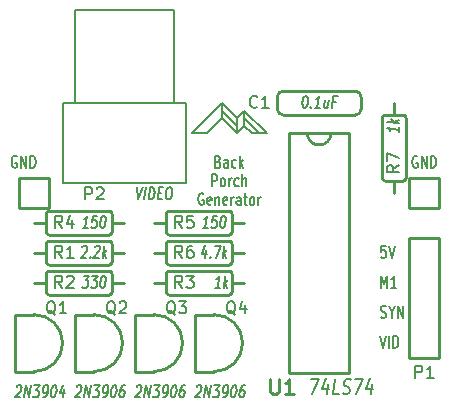
<source format=gto>
G04 (created by PCBNEW (2013-05-16 BZR 4016)-stable) date 12/19/2013 7:04:02 PM*
%MOIN*%
G04 Gerber Fmt 3.4, Leading zero omitted, Abs format*
%FSLAX34Y34*%
G01*
G70*
G90*
G04 APERTURE LIST*
%ADD10C,0.00590551*%
%ADD11C,0.006*%
%ADD12C,0.00787402*%
%ADD13C,0.01*%
%ADD14C,0.008*%
G04 APERTURE END LIST*
G54D10*
G54D11*
X47135Y-32952D02*
X47178Y-32971D01*
X47192Y-32990D01*
X47207Y-33028D01*
X47207Y-33085D01*
X47192Y-33123D01*
X47178Y-33142D01*
X47150Y-33161D01*
X47035Y-33161D01*
X47035Y-32761D01*
X47135Y-32761D01*
X47164Y-32780D01*
X47178Y-32800D01*
X47192Y-32838D01*
X47192Y-32876D01*
X47178Y-32914D01*
X47164Y-32933D01*
X47135Y-32952D01*
X47035Y-32952D01*
X47464Y-33161D02*
X47464Y-32952D01*
X47450Y-32914D01*
X47421Y-32895D01*
X47364Y-32895D01*
X47335Y-32914D01*
X47464Y-33142D02*
X47435Y-33161D01*
X47364Y-33161D01*
X47335Y-33142D01*
X47321Y-33104D01*
X47321Y-33066D01*
X47335Y-33028D01*
X47364Y-33009D01*
X47435Y-33009D01*
X47464Y-32990D01*
X47735Y-33142D02*
X47707Y-33161D01*
X47650Y-33161D01*
X47621Y-33142D01*
X47607Y-33123D01*
X47592Y-33085D01*
X47592Y-32971D01*
X47607Y-32933D01*
X47621Y-32914D01*
X47650Y-32895D01*
X47707Y-32895D01*
X47735Y-32914D01*
X47864Y-33161D02*
X47864Y-32761D01*
X47892Y-33009D02*
X47978Y-33161D01*
X47978Y-32895D02*
X47864Y-33047D01*
X46928Y-33781D02*
X46928Y-33381D01*
X47042Y-33381D01*
X47071Y-33400D01*
X47085Y-33420D01*
X47100Y-33458D01*
X47100Y-33515D01*
X47085Y-33553D01*
X47071Y-33572D01*
X47042Y-33591D01*
X46928Y-33591D01*
X47271Y-33781D02*
X47242Y-33762D01*
X47228Y-33743D01*
X47214Y-33705D01*
X47214Y-33591D01*
X47228Y-33553D01*
X47242Y-33534D01*
X47271Y-33515D01*
X47314Y-33515D01*
X47342Y-33534D01*
X47357Y-33553D01*
X47371Y-33591D01*
X47371Y-33705D01*
X47357Y-33743D01*
X47342Y-33762D01*
X47314Y-33781D01*
X47271Y-33781D01*
X47500Y-33781D02*
X47500Y-33515D01*
X47500Y-33591D02*
X47514Y-33553D01*
X47528Y-33534D01*
X47557Y-33515D01*
X47585Y-33515D01*
X47814Y-33762D02*
X47785Y-33781D01*
X47728Y-33781D01*
X47700Y-33762D01*
X47685Y-33743D01*
X47671Y-33705D01*
X47671Y-33591D01*
X47685Y-33553D01*
X47700Y-33534D01*
X47728Y-33515D01*
X47785Y-33515D01*
X47814Y-33534D01*
X47942Y-33781D02*
X47942Y-33381D01*
X48071Y-33781D02*
X48071Y-33572D01*
X48057Y-33534D01*
X48028Y-33515D01*
X47985Y-33515D01*
X47957Y-33534D01*
X47942Y-33553D01*
X46642Y-34020D02*
X46614Y-34001D01*
X46571Y-34001D01*
X46528Y-34020D01*
X46499Y-34059D01*
X46485Y-34097D01*
X46471Y-34173D01*
X46471Y-34230D01*
X46485Y-34306D01*
X46499Y-34344D01*
X46528Y-34382D01*
X46571Y-34401D01*
X46599Y-34401D01*
X46642Y-34382D01*
X46657Y-34363D01*
X46657Y-34230D01*
X46599Y-34230D01*
X46899Y-34382D02*
X46871Y-34401D01*
X46814Y-34401D01*
X46785Y-34382D01*
X46771Y-34344D01*
X46771Y-34192D01*
X46785Y-34154D01*
X46814Y-34135D01*
X46871Y-34135D01*
X46899Y-34154D01*
X46914Y-34192D01*
X46914Y-34230D01*
X46771Y-34268D01*
X47042Y-34135D02*
X47042Y-34401D01*
X47042Y-34173D02*
X47057Y-34154D01*
X47085Y-34135D01*
X47128Y-34135D01*
X47157Y-34154D01*
X47171Y-34192D01*
X47171Y-34401D01*
X47428Y-34382D02*
X47400Y-34401D01*
X47342Y-34401D01*
X47314Y-34382D01*
X47300Y-34344D01*
X47300Y-34192D01*
X47314Y-34154D01*
X47342Y-34135D01*
X47400Y-34135D01*
X47428Y-34154D01*
X47442Y-34192D01*
X47442Y-34230D01*
X47300Y-34268D01*
X47571Y-34401D02*
X47571Y-34135D01*
X47571Y-34211D02*
X47585Y-34173D01*
X47600Y-34154D01*
X47628Y-34135D01*
X47657Y-34135D01*
X47885Y-34401D02*
X47885Y-34192D01*
X47871Y-34154D01*
X47842Y-34135D01*
X47785Y-34135D01*
X47757Y-34154D01*
X47885Y-34382D02*
X47857Y-34401D01*
X47785Y-34401D01*
X47757Y-34382D01*
X47742Y-34344D01*
X47742Y-34306D01*
X47757Y-34268D01*
X47785Y-34249D01*
X47857Y-34249D01*
X47885Y-34230D01*
X47985Y-34135D02*
X48100Y-34135D01*
X48028Y-34001D02*
X48028Y-34344D01*
X48042Y-34382D01*
X48071Y-34401D01*
X48100Y-34401D01*
X48242Y-34401D02*
X48214Y-34382D01*
X48200Y-34363D01*
X48185Y-34325D01*
X48185Y-34211D01*
X48200Y-34173D01*
X48214Y-34154D01*
X48242Y-34135D01*
X48285Y-34135D01*
X48314Y-34154D01*
X48328Y-34173D01*
X48342Y-34211D01*
X48342Y-34325D01*
X48328Y-34363D01*
X48314Y-34382D01*
X48285Y-34401D01*
X48242Y-34401D01*
X48471Y-34401D02*
X48471Y-34135D01*
X48471Y-34211D02*
X48485Y-34173D01*
X48500Y-34154D01*
X48528Y-34135D01*
X48557Y-34135D01*
G54D12*
X48000Y-31500D02*
X48500Y-32000D01*
X48000Y-31250D02*
X48000Y-31750D01*
X47250Y-31250D02*
X47750Y-31750D01*
X47750Y-31500D02*
X47750Y-32000D01*
X47250Y-31000D02*
X47250Y-31500D01*
X46750Y-32000D02*
X46250Y-32000D01*
X47250Y-31500D02*
X46750Y-32000D01*
X47750Y-32000D02*
X47250Y-31500D01*
X48000Y-31750D02*
X47750Y-32000D01*
X48250Y-32000D02*
X48000Y-31750D01*
X48750Y-32000D02*
X48250Y-32000D01*
X48000Y-31250D02*
X48750Y-32000D01*
X47750Y-31500D02*
X48000Y-31250D01*
X47250Y-31000D02*
X47750Y-31500D01*
X46250Y-32000D02*
X47250Y-31000D01*
G54D11*
X40421Y-32780D02*
X40392Y-32761D01*
X40350Y-32761D01*
X40307Y-32780D01*
X40278Y-32819D01*
X40264Y-32857D01*
X40250Y-32933D01*
X40250Y-32990D01*
X40264Y-33066D01*
X40278Y-33104D01*
X40307Y-33142D01*
X40350Y-33161D01*
X40378Y-33161D01*
X40421Y-33142D01*
X40435Y-33123D01*
X40435Y-32990D01*
X40378Y-32990D01*
X40564Y-33161D02*
X40564Y-32761D01*
X40735Y-33161D01*
X40735Y-32761D01*
X40878Y-33161D02*
X40878Y-32761D01*
X40950Y-32761D01*
X40992Y-32780D01*
X41021Y-32819D01*
X41035Y-32857D01*
X41050Y-32933D01*
X41050Y-32990D01*
X41035Y-33066D01*
X41021Y-33104D01*
X40992Y-33142D01*
X40950Y-33161D01*
X40878Y-33161D01*
X53771Y-32780D02*
X53742Y-32761D01*
X53700Y-32761D01*
X53657Y-32780D01*
X53628Y-32819D01*
X53614Y-32857D01*
X53600Y-32933D01*
X53600Y-32990D01*
X53614Y-33066D01*
X53628Y-33104D01*
X53657Y-33142D01*
X53700Y-33161D01*
X53728Y-33161D01*
X53771Y-33142D01*
X53785Y-33123D01*
X53785Y-32990D01*
X53728Y-32990D01*
X53914Y-33161D02*
X53914Y-32761D01*
X54085Y-33161D01*
X54085Y-32761D01*
X54228Y-33161D02*
X54228Y-32761D01*
X54300Y-32761D01*
X54342Y-32780D01*
X54371Y-32819D01*
X54385Y-32857D01*
X54400Y-32933D01*
X54400Y-32990D01*
X54385Y-33066D01*
X54371Y-33104D01*
X54342Y-33142D01*
X54300Y-33161D01*
X54228Y-33161D01*
X52528Y-38761D02*
X52628Y-39161D01*
X52728Y-38761D01*
X52828Y-39161D02*
X52828Y-38761D01*
X52971Y-39161D02*
X52971Y-38761D01*
X53042Y-38761D01*
X53085Y-38780D01*
X53114Y-38819D01*
X53128Y-38857D01*
X53142Y-38933D01*
X53142Y-38990D01*
X53128Y-39066D01*
X53114Y-39104D01*
X53085Y-39142D01*
X53042Y-39161D01*
X52971Y-39161D01*
X52557Y-38142D02*
X52600Y-38161D01*
X52671Y-38161D01*
X52700Y-38142D01*
X52714Y-38123D01*
X52728Y-38085D01*
X52728Y-38047D01*
X52714Y-38009D01*
X52700Y-37990D01*
X52671Y-37971D01*
X52614Y-37952D01*
X52585Y-37933D01*
X52571Y-37914D01*
X52557Y-37876D01*
X52557Y-37838D01*
X52571Y-37800D01*
X52585Y-37780D01*
X52614Y-37761D01*
X52685Y-37761D01*
X52728Y-37780D01*
X52914Y-37971D02*
X52914Y-38161D01*
X52814Y-37761D02*
X52914Y-37971D01*
X53014Y-37761D01*
X53114Y-38161D02*
X53114Y-37761D01*
X53285Y-38161D01*
X53285Y-37761D01*
X52571Y-37161D02*
X52571Y-36761D01*
X52671Y-37047D01*
X52771Y-36761D01*
X52771Y-37161D01*
X53071Y-37161D02*
X52900Y-37161D01*
X52985Y-37161D02*
X52985Y-36761D01*
X52957Y-36819D01*
X52928Y-36857D01*
X52900Y-36876D01*
X52714Y-35761D02*
X52571Y-35761D01*
X52557Y-35952D01*
X52571Y-35933D01*
X52600Y-35914D01*
X52671Y-35914D01*
X52700Y-35933D01*
X52714Y-35952D01*
X52728Y-35990D01*
X52728Y-36085D01*
X52714Y-36123D01*
X52700Y-36142D01*
X52671Y-36161D01*
X52600Y-36161D01*
X52571Y-36142D01*
X52557Y-36123D01*
X52814Y-35761D02*
X52914Y-36161D01*
X53014Y-35761D01*
G54D13*
X43500Y-36400D02*
X41500Y-36400D01*
X43600Y-35700D02*
X43600Y-36300D01*
X41500Y-35600D02*
X43500Y-35600D01*
X41400Y-36300D02*
X41400Y-35700D01*
X43500Y-36400D02*
G75*
G03X43600Y-36300I0J100D01*
G74*
G01*
X43600Y-35700D02*
G75*
G03X43500Y-35600I-100J0D01*
G74*
G01*
X41400Y-36300D02*
G75*
G03X41500Y-36400I100J0D01*
G74*
G01*
X41500Y-35600D02*
G75*
G03X41400Y-35700I0J-100D01*
G74*
G01*
X43600Y-36000D02*
X44000Y-36000D01*
X41000Y-36000D02*
X41400Y-36000D01*
X41500Y-36600D02*
X43500Y-36600D01*
X41400Y-37300D02*
X41400Y-36700D01*
X43500Y-37400D02*
X41500Y-37400D01*
X43600Y-36700D02*
X43600Y-37300D01*
X41500Y-36600D02*
G75*
G03X41400Y-36700I0J-100D01*
G74*
G01*
X41400Y-37300D02*
G75*
G03X41500Y-37400I100J0D01*
G74*
G01*
X43600Y-36700D02*
G75*
G03X43500Y-36600I-100J0D01*
G74*
G01*
X43500Y-37400D02*
G75*
G03X43600Y-37300I0J100D01*
G74*
G01*
X41400Y-37000D02*
X41000Y-37000D01*
X44000Y-37000D02*
X43600Y-37000D01*
X45500Y-36600D02*
X47500Y-36600D01*
X45400Y-37300D02*
X45400Y-36700D01*
X47500Y-37400D02*
X45500Y-37400D01*
X47600Y-36700D02*
X47600Y-37300D01*
X45500Y-36600D02*
G75*
G03X45400Y-36700I0J-100D01*
G74*
G01*
X45400Y-37300D02*
G75*
G03X45500Y-37400I100J0D01*
G74*
G01*
X47600Y-36700D02*
G75*
G03X47500Y-36600I-100J0D01*
G74*
G01*
X47500Y-37400D02*
G75*
G03X47600Y-37300I0J100D01*
G74*
G01*
X45400Y-37000D02*
X45000Y-37000D01*
X48000Y-37000D02*
X47600Y-37000D01*
X43500Y-35400D02*
X41500Y-35400D01*
X43600Y-34700D02*
X43600Y-35300D01*
X41500Y-34600D02*
X43500Y-34600D01*
X41400Y-35300D02*
X41400Y-34700D01*
X43500Y-35400D02*
G75*
G03X43600Y-35300I0J100D01*
G74*
G01*
X43600Y-34700D02*
G75*
G03X43500Y-34600I-100J0D01*
G74*
G01*
X41400Y-35300D02*
G75*
G03X41500Y-35400I100J0D01*
G74*
G01*
X41500Y-34600D02*
G75*
G03X41400Y-34700I0J-100D01*
G74*
G01*
X43600Y-35000D02*
X44000Y-35000D01*
X41000Y-35000D02*
X41400Y-35000D01*
X47500Y-35400D02*
X45500Y-35400D01*
X47600Y-34700D02*
X47600Y-35300D01*
X45500Y-34600D02*
X47500Y-34600D01*
X45400Y-35300D02*
X45400Y-34700D01*
X47500Y-35400D02*
G75*
G03X47600Y-35300I0J100D01*
G74*
G01*
X47600Y-34700D02*
G75*
G03X47500Y-34600I-100J0D01*
G74*
G01*
X45400Y-35300D02*
G75*
G03X45500Y-35400I100J0D01*
G74*
G01*
X45500Y-34600D02*
G75*
G03X45400Y-34700I0J-100D01*
G74*
G01*
X47600Y-35000D02*
X48000Y-35000D01*
X45000Y-35000D02*
X45400Y-35000D01*
X47500Y-36400D02*
X45500Y-36400D01*
X47600Y-35700D02*
X47600Y-36300D01*
X45500Y-35600D02*
X47500Y-35600D01*
X45400Y-36300D02*
X45400Y-35700D01*
X47500Y-36400D02*
G75*
G03X47600Y-36300I0J100D01*
G74*
G01*
X47600Y-35700D02*
G75*
G03X47500Y-35600I-100J0D01*
G74*
G01*
X45400Y-36300D02*
G75*
G03X45500Y-36400I100J0D01*
G74*
G01*
X45500Y-35600D02*
G75*
G03X45400Y-35700I0J-100D01*
G74*
G01*
X47600Y-36000D02*
X48000Y-36000D01*
X45000Y-36000D02*
X45400Y-36000D01*
X52600Y-33500D02*
X52600Y-31500D01*
X53300Y-33600D02*
X52700Y-33600D01*
X53400Y-31500D02*
X53400Y-33500D01*
X52700Y-31400D02*
X53300Y-31400D01*
X52600Y-33500D02*
G75*
G03X52700Y-33600I100J0D01*
G74*
G01*
X53300Y-33600D02*
G75*
G03X53400Y-33500I0J100D01*
G74*
G01*
X52700Y-31400D02*
G75*
G03X52600Y-31500I0J-100D01*
G74*
G01*
X53400Y-31500D02*
G75*
G03X53300Y-31400I-100J0D01*
G74*
G01*
X53000Y-33600D02*
X53000Y-34000D01*
X53000Y-31000D02*
X53000Y-31400D01*
X50100Y-32000D02*
G75*
G03X50500Y-32400I400J0D01*
G74*
G01*
X50500Y-32400D02*
G75*
G03X50900Y-32000I0J400D01*
G74*
G01*
X51500Y-40000D02*
X51500Y-32000D01*
X51500Y-32000D02*
X49500Y-32000D01*
X49500Y-32000D02*
X49500Y-40000D01*
X49500Y-40000D02*
X51500Y-40000D01*
X49100Y-30800D02*
X49100Y-31200D01*
X51700Y-30600D02*
X49300Y-30600D01*
X51700Y-31400D02*
X49300Y-31400D01*
X49300Y-30600D02*
G75*
G03X49100Y-30800I0J-200D01*
G74*
G01*
X49100Y-31200D02*
G75*
G03X49300Y-31400I200J0D01*
G74*
G01*
X51900Y-30800D02*
G75*
G03X51700Y-30600I-200J0D01*
G74*
G01*
X51700Y-31400D02*
G75*
G03X51900Y-31200I0J200D01*
G74*
G01*
X51900Y-30800D02*
X51900Y-31200D01*
X41000Y-39950D02*
X40350Y-39950D01*
X40350Y-38050D02*
X41000Y-38050D01*
X41000Y-39950D02*
G75*
G03X41950Y-39000I0J950D01*
G74*
G01*
X41950Y-39000D02*
G75*
G03X41000Y-38050I-950J0D01*
G74*
G01*
X40350Y-38050D02*
X40350Y-39950D01*
X45000Y-39950D02*
X44350Y-39950D01*
X44350Y-38050D02*
X45000Y-38050D01*
X45000Y-39950D02*
G75*
G03X45950Y-39000I0J950D01*
G74*
G01*
X45950Y-39000D02*
G75*
G03X45000Y-38050I-950J0D01*
G74*
G01*
X44350Y-38050D02*
X44350Y-39950D01*
X43000Y-39950D02*
X42350Y-39950D01*
X42350Y-38050D02*
X43000Y-38050D01*
X43000Y-39950D02*
G75*
G03X43950Y-39000I0J950D01*
G74*
G01*
X43950Y-39000D02*
G75*
G03X43000Y-38050I-950J0D01*
G74*
G01*
X42350Y-38050D02*
X42350Y-39950D01*
X47000Y-39950D02*
X46350Y-39950D01*
X46350Y-38050D02*
X47000Y-38050D01*
X47000Y-39950D02*
G75*
G03X47950Y-39000I0J950D01*
G74*
G01*
X47950Y-39000D02*
G75*
G03X47000Y-38050I-950J0D01*
G74*
G01*
X46350Y-38050D02*
X46350Y-39950D01*
G54D10*
X45650Y-31000D02*
X45650Y-27900D01*
X45650Y-27900D02*
X42350Y-27900D01*
X42350Y-27900D02*
X42350Y-31000D01*
X46050Y-31000D02*
X46050Y-33650D01*
X46050Y-33650D02*
X41950Y-33650D01*
X41950Y-33650D02*
X41950Y-31000D01*
X46050Y-31000D02*
X41950Y-31000D01*
G54D13*
X54500Y-35500D02*
X54500Y-39500D01*
X53500Y-35500D02*
X53500Y-39500D01*
X53500Y-39500D02*
X54500Y-39500D01*
X54500Y-35500D02*
X53500Y-35500D01*
X40500Y-34500D02*
X41500Y-34500D01*
X40500Y-33500D02*
X41500Y-33500D01*
X40500Y-33500D02*
X40500Y-34500D01*
X41500Y-34500D02*
X41500Y-33500D01*
X53500Y-34500D02*
X54500Y-34500D01*
X53500Y-33500D02*
X54500Y-33500D01*
X53500Y-33500D02*
X53500Y-34500D01*
X54500Y-34500D02*
X54500Y-33500D01*
G54D14*
X41933Y-36161D02*
X41800Y-35971D01*
X41704Y-36161D02*
X41704Y-35761D01*
X41857Y-35761D01*
X41895Y-35780D01*
X41914Y-35800D01*
X41933Y-35838D01*
X41933Y-35895D01*
X41914Y-35933D01*
X41895Y-35952D01*
X41857Y-35971D01*
X41704Y-35971D01*
X42314Y-36161D02*
X42085Y-36161D01*
X42200Y-36161D02*
X42200Y-35761D01*
X42161Y-35819D01*
X42123Y-35857D01*
X42085Y-35876D01*
G54D11*
X42609Y-35800D02*
X42626Y-35780D01*
X42657Y-35761D01*
X42728Y-35761D01*
X42755Y-35780D01*
X42766Y-35800D01*
X42776Y-35838D01*
X42771Y-35876D01*
X42750Y-35933D01*
X42550Y-36161D01*
X42736Y-36161D01*
X42869Y-36123D02*
X42881Y-36142D01*
X42864Y-36161D01*
X42852Y-36142D01*
X42869Y-36123D01*
X42864Y-36161D01*
X43038Y-35800D02*
X43055Y-35780D01*
X43086Y-35761D01*
X43157Y-35761D01*
X43183Y-35780D01*
X43195Y-35800D01*
X43205Y-35838D01*
X43200Y-35876D01*
X43178Y-35933D01*
X42978Y-36161D01*
X43164Y-36161D01*
X43293Y-36161D02*
X43343Y-35761D01*
X43340Y-36009D02*
X43407Y-36161D01*
X43440Y-35895D02*
X43307Y-36047D01*
G54D14*
X41933Y-37161D02*
X41800Y-36971D01*
X41704Y-37161D02*
X41704Y-36761D01*
X41857Y-36761D01*
X41895Y-36780D01*
X41914Y-36800D01*
X41933Y-36838D01*
X41933Y-36895D01*
X41914Y-36933D01*
X41895Y-36952D01*
X41857Y-36971D01*
X41704Y-36971D01*
X42085Y-36800D02*
X42104Y-36780D01*
X42142Y-36761D01*
X42238Y-36761D01*
X42276Y-36780D01*
X42295Y-36800D01*
X42314Y-36838D01*
X42314Y-36876D01*
X42295Y-36933D01*
X42066Y-37161D01*
X42314Y-37161D01*
G54D11*
X42650Y-36761D02*
X42836Y-36761D01*
X42716Y-36914D01*
X42759Y-36914D01*
X42786Y-36933D01*
X42797Y-36952D01*
X42807Y-36990D01*
X42795Y-37085D01*
X42776Y-37123D01*
X42759Y-37142D01*
X42728Y-37161D01*
X42643Y-37161D01*
X42616Y-37142D01*
X42605Y-37123D01*
X42936Y-36761D02*
X43121Y-36761D01*
X43002Y-36914D01*
X43045Y-36914D01*
X43071Y-36933D01*
X43083Y-36952D01*
X43093Y-36990D01*
X43081Y-37085D01*
X43062Y-37123D01*
X43045Y-37142D01*
X43014Y-37161D01*
X42928Y-37161D01*
X42902Y-37142D01*
X42890Y-37123D01*
X43307Y-36761D02*
X43336Y-36761D01*
X43362Y-36780D01*
X43374Y-36800D01*
X43383Y-36838D01*
X43388Y-36914D01*
X43376Y-37009D01*
X43352Y-37085D01*
X43333Y-37123D01*
X43316Y-37142D01*
X43286Y-37161D01*
X43257Y-37161D01*
X43231Y-37142D01*
X43219Y-37123D01*
X43209Y-37085D01*
X43205Y-37009D01*
X43216Y-36914D01*
X43240Y-36838D01*
X43259Y-36800D01*
X43276Y-36780D01*
X43307Y-36761D01*
G54D14*
X45933Y-37161D02*
X45800Y-36971D01*
X45704Y-37161D02*
X45704Y-36761D01*
X45857Y-36761D01*
X45895Y-36780D01*
X45914Y-36800D01*
X45933Y-36838D01*
X45933Y-36895D01*
X45914Y-36933D01*
X45895Y-36952D01*
X45857Y-36971D01*
X45704Y-36971D01*
X46066Y-36761D02*
X46314Y-36761D01*
X46180Y-36914D01*
X46238Y-36914D01*
X46276Y-36933D01*
X46295Y-36952D01*
X46314Y-36990D01*
X46314Y-37085D01*
X46295Y-37123D01*
X46276Y-37142D01*
X46238Y-37161D01*
X46123Y-37161D01*
X46085Y-37142D01*
X46066Y-37123D01*
G54D11*
X47200Y-37161D02*
X47028Y-37161D01*
X47114Y-37161D02*
X47164Y-36761D01*
X47128Y-36819D01*
X47095Y-36857D01*
X47064Y-36876D01*
X47328Y-37161D02*
X47378Y-36761D01*
X47376Y-37009D02*
X47443Y-37161D01*
X47476Y-36895D02*
X47343Y-37047D01*
G54D14*
X41933Y-35161D02*
X41800Y-34971D01*
X41704Y-35161D02*
X41704Y-34761D01*
X41857Y-34761D01*
X41895Y-34780D01*
X41914Y-34800D01*
X41933Y-34838D01*
X41933Y-34895D01*
X41914Y-34933D01*
X41895Y-34952D01*
X41857Y-34971D01*
X41704Y-34971D01*
X42276Y-34895D02*
X42276Y-35161D01*
X42180Y-34742D02*
X42085Y-35028D01*
X42333Y-35028D01*
G54D11*
X42786Y-35161D02*
X42614Y-35161D01*
X42700Y-35161D02*
X42750Y-34761D01*
X42714Y-34819D01*
X42681Y-34857D01*
X42650Y-34876D01*
X43107Y-34761D02*
X42964Y-34761D01*
X42926Y-34952D01*
X42943Y-34933D01*
X42974Y-34914D01*
X43045Y-34914D01*
X43071Y-34933D01*
X43083Y-34952D01*
X43093Y-34990D01*
X43081Y-35085D01*
X43062Y-35123D01*
X43045Y-35142D01*
X43014Y-35161D01*
X42943Y-35161D01*
X42916Y-35142D01*
X42905Y-35123D01*
X43307Y-34761D02*
X43336Y-34761D01*
X43362Y-34780D01*
X43374Y-34800D01*
X43383Y-34838D01*
X43388Y-34914D01*
X43376Y-35009D01*
X43352Y-35085D01*
X43333Y-35123D01*
X43316Y-35142D01*
X43286Y-35161D01*
X43257Y-35161D01*
X43231Y-35142D01*
X43219Y-35123D01*
X43209Y-35085D01*
X43205Y-35009D01*
X43216Y-34914D01*
X43240Y-34838D01*
X43259Y-34800D01*
X43276Y-34780D01*
X43307Y-34761D01*
G54D14*
X45933Y-35161D02*
X45800Y-34971D01*
X45704Y-35161D02*
X45704Y-34761D01*
X45857Y-34761D01*
X45895Y-34780D01*
X45914Y-34800D01*
X45933Y-34838D01*
X45933Y-34895D01*
X45914Y-34933D01*
X45895Y-34952D01*
X45857Y-34971D01*
X45704Y-34971D01*
X46295Y-34761D02*
X46104Y-34761D01*
X46085Y-34952D01*
X46104Y-34933D01*
X46142Y-34914D01*
X46238Y-34914D01*
X46276Y-34933D01*
X46295Y-34952D01*
X46314Y-34990D01*
X46314Y-35085D01*
X46295Y-35123D01*
X46276Y-35142D01*
X46238Y-35161D01*
X46142Y-35161D01*
X46104Y-35142D01*
X46085Y-35123D01*
G54D11*
X46786Y-35161D02*
X46614Y-35161D01*
X46700Y-35161D02*
X46750Y-34761D01*
X46714Y-34819D01*
X46681Y-34857D01*
X46650Y-34876D01*
X47107Y-34761D02*
X46964Y-34761D01*
X46926Y-34952D01*
X46943Y-34933D01*
X46974Y-34914D01*
X47045Y-34914D01*
X47071Y-34933D01*
X47083Y-34952D01*
X47093Y-34990D01*
X47081Y-35085D01*
X47062Y-35123D01*
X47045Y-35142D01*
X47014Y-35161D01*
X46943Y-35161D01*
X46916Y-35142D01*
X46905Y-35123D01*
X47307Y-34761D02*
X47336Y-34761D01*
X47362Y-34780D01*
X47374Y-34800D01*
X47383Y-34838D01*
X47388Y-34914D01*
X47376Y-35009D01*
X47352Y-35085D01*
X47333Y-35123D01*
X47316Y-35142D01*
X47286Y-35161D01*
X47257Y-35161D01*
X47231Y-35142D01*
X47219Y-35123D01*
X47209Y-35085D01*
X47205Y-35009D01*
X47216Y-34914D01*
X47240Y-34838D01*
X47259Y-34800D01*
X47276Y-34780D01*
X47307Y-34761D01*
G54D14*
X45933Y-36161D02*
X45800Y-35971D01*
X45704Y-36161D02*
X45704Y-35761D01*
X45857Y-35761D01*
X45895Y-35780D01*
X45914Y-35800D01*
X45933Y-35838D01*
X45933Y-35895D01*
X45914Y-35933D01*
X45895Y-35952D01*
X45857Y-35971D01*
X45704Y-35971D01*
X46276Y-35761D02*
X46200Y-35761D01*
X46161Y-35780D01*
X46142Y-35800D01*
X46104Y-35857D01*
X46085Y-35933D01*
X46085Y-36085D01*
X46104Y-36123D01*
X46123Y-36142D01*
X46161Y-36161D01*
X46238Y-36161D01*
X46276Y-36142D01*
X46295Y-36123D01*
X46314Y-36085D01*
X46314Y-35990D01*
X46295Y-35952D01*
X46276Y-35933D01*
X46238Y-35914D01*
X46161Y-35914D01*
X46123Y-35933D01*
X46104Y-35952D01*
X46085Y-35990D01*
G54D11*
X46740Y-35895D02*
X46707Y-36161D01*
X46688Y-35742D02*
X46581Y-36028D01*
X46766Y-36028D01*
X46869Y-36123D02*
X46881Y-36142D01*
X46864Y-36161D01*
X46852Y-36142D01*
X46869Y-36123D01*
X46864Y-36161D01*
X47028Y-35761D02*
X47228Y-35761D01*
X47050Y-36161D01*
X47293Y-36161D02*
X47343Y-35761D01*
X47340Y-36009D02*
X47407Y-36161D01*
X47440Y-35895D02*
X47307Y-36047D01*
G54D14*
X53161Y-33066D02*
X52971Y-33199D01*
X53161Y-33295D02*
X52761Y-33295D01*
X52761Y-33142D01*
X52780Y-33104D01*
X52800Y-33085D01*
X52838Y-33066D01*
X52895Y-33066D01*
X52933Y-33085D01*
X52952Y-33104D01*
X52971Y-33142D01*
X52971Y-33295D01*
X52761Y-32933D02*
X52761Y-32666D01*
X53161Y-32838D01*
G54D11*
X53161Y-31799D02*
X53161Y-31971D01*
X53161Y-31885D02*
X52761Y-31835D01*
X52819Y-31871D01*
X52857Y-31904D01*
X52876Y-31935D01*
X53161Y-31671D02*
X52761Y-31621D01*
X53009Y-31623D02*
X53161Y-31556D01*
X52895Y-31523D02*
X53047Y-31656D01*
G54D13*
X48869Y-40202D02*
X48869Y-40607D01*
X48892Y-40654D01*
X48916Y-40678D01*
X48964Y-40702D01*
X49059Y-40702D01*
X49107Y-40678D01*
X49130Y-40654D01*
X49154Y-40607D01*
X49154Y-40202D01*
X49654Y-40702D02*
X49369Y-40702D01*
X49511Y-40702D02*
X49511Y-40202D01*
X49464Y-40273D01*
X49416Y-40321D01*
X49369Y-40345D01*
G54D14*
X50236Y-40202D02*
X50502Y-40202D01*
X50269Y-40702D01*
X50805Y-40369D02*
X50764Y-40702D01*
X50734Y-40178D02*
X50594Y-40535D01*
X50842Y-40535D01*
X51164Y-40702D02*
X50973Y-40702D01*
X51036Y-40202D01*
X51281Y-40678D02*
X51335Y-40702D01*
X51430Y-40702D01*
X51472Y-40678D01*
X51494Y-40654D01*
X51519Y-40607D01*
X51525Y-40559D01*
X51511Y-40511D01*
X51495Y-40488D01*
X51460Y-40464D01*
X51387Y-40440D01*
X51352Y-40416D01*
X51336Y-40392D01*
X51323Y-40345D01*
X51329Y-40297D01*
X51354Y-40250D01*
X51376Y-40226D01*
X51417Y-40202D01*
X51512Y-40202D01*
X51566Y-40226D01*
X51702Y-40202D02*
X51969Y-40202D01*
X51735Y-40702D01*
X52272Y-40369D02*
X52230Y-40702D01*
X52201Y-40178D02*
X52061Y-40535D01*
X52308Y-40535D01*
X48433Y-31123D02*
X48414Y-31142D01*
X48357Y-31161D01*
X48319Y-31161D01*
X48261Y-31142D01*
X48223Y-31104D01*
X48204Y-31066D01*
X48185Y-30990D01*
X48185Y-30933D01*
X48204Y-30857D01*
X48223Y-30819D01*
X48261Y-30780D01*
X48319Y-30761D01*
X48357Y-30761D01*
X48414Y-30780D01*
X48433Y-30800D01*
X48814Y-31161D02*
X48585Y-31161D01*
X48700Y-31161D02*
X48700Y-30761D01*
X48661Y-30819D01*
X48623Y-30857D01*
X48585Y-30876D01*
G54D11*
X50043Y-30761D02*
X50071Y-30761D01*
X50097Y-30780D01*
X50109Y-30800D01*
X50119Y-30838D01*
X50124Y-30914D01*
X50112Y-31009D01*
X50088Y-31085D01*
X50069Y-31123D01*
X50052Y-31142D01*
X50021Y-31161D01*
X49993Y-31161D01*
X49966Y-31142D01*
X49955Y-31123D01*
X49945Y-31085D01*
X49940Y-31009D01*
X49952Y-30914D01*
X49976Y-30838D01*
X49995Y-30800D01*
X50012Y-30780D01*
X50043Y-30761D01*
X50226Y-31123D02*
X50238Y-31142D01*
X50221Y-31161D01*
X50209Y-31142D01*
X50226Y-31123D01*
X50221Y-31161D01*
X50521Y-31161D02*
X50350Y-31161D01*
X50436Y-31161D02*
X50486Y-30761D01*
X50450Y-30819D01*
X50416Y-30857D01*
X50386Y-30876D01*
X50812Y-30895D02*
X50778Y-31161D01*
X50683Y-30895D02*
X50657Y-31104D01*
X50666Y-31142D01*
X50693Y-31161D01*
X50736Y-31161D01*
X50766Y-31142D01*
X50783Y-31123D01*
X51047Y-30952D02*
X50947Y-30952D01*
X50921Y-31161D02*
X50971Y-30761D01*
X51114Y-30761D01*
G54D14*
X41711Y-38050D02*
X41673Y-38030D01*
X41635Y-37992D01*
X41578Y-37935D01*
X41540Y-37916D01*
X41502Y-37916D01*
X41521Y-38011D02*
X41483Y-37992D01*
X41445Y-37954D01*
X41426Y-37878D01*
X41426Y-37745D01*
X41445Y-37669D01*
X41483Y-37630D01*
X41521Y-37611D01*
X41597Y-37611D01*
X41635Y-37630D01*
X41673Y-37669D01*
X41692Y-37745D01*
X41692Y-37878D01*
X41673Y-37954D01*
X41635Y-37992D01*
X41597Y-38011D01*
X41521Y-38011D01*
X42073Y-38011D02*
X41845Y-38011D01*
X41959Y-38011D02*
X41959Y-37611D01*
X41921Y-37669D01*
X41883Y-37707D01*
X41845Y-37726D01*
G54D11*
X40416Y-40450D02*
X40433Y-40430D01*
X40464Y-40411D01*
X40536Y-40411D01*
X40562Y-40430D01*
X40574Y-40450D01*
X40583Y-40488D01*
X40578Y-40526D01*
X40557Y-40583D01*
X40357Y-40811D01*
X40543Y-40811D01*
X40671Y-40811D02*
X40721Y-40411D01*
X40843Y-40811D01*
X40893Y-40411D01*
X41007Y-40411D02*
X41193Y-40411D01*
X41074Y-40564D01*
X41116Y-40564D01*
X41143Y-40583D01*
X41155Y-40602D01*
X41164Y-40640D01*
X41152Y-40735D01*
X41133Y-40773D01*
X41116Y-40792D01*
X41086Y-40811D01*
X41000Y-40811D01*
X40974Y-40792D01*
X40962Y-40773D01*
X41286Y-40811D02*
X41343Y-40811D01*
X41374Y-40792D01*
X41390Y-40773D01*
X41426Y-40716D01*
X41450Y-40640D01*
X41469Y-40488D01*
X41459Y-40450D01*
X41447Y-40430D01*
X41421Y-40411D01*
X41364Y-40411D01*
X41333Y-40430D01*
X41316Y-40450D01*
X41297Y-40488D01*
X41286Y-40583D01*
X41295Y-40621D01*
X41307Y-40640D01*
X41333Y-40659D01*
X41390Y-40659D01*
X41421Y-40640D01*
X41438Y-40621D01*
X41457Y-40583D01*
X41664Y-40411D02*
X41693Y-40411D01*
X41719Y-40430D01*
X41731Y-40450D01*
X41740Y-40488D01*
X41745Y-40564D01*
X41733Y-40659D01*
X41709Y-40735D01*
X41690Y-40773D01*
X41674Y-40792D01*
X41643Y-40811D01*
X41614Y-40811D01*
X41588Y-40792D01*
X41576Y-40773D01*
X41566Y-40735D01*
X41562Y-40659D01*
X41574Y-40564D01*
X41597Y-40488D01*
X41616Y-40450D01*
X41633Y-40430D01*
X41664Y-40411D01*
X42005Y-40545D02*
X41971Y-40811D01*
X41952Y-40392D02*
X41845Y-40678D01*
X42031Y-40678D01*
G54D14*
X45711Y-38050D02*
X45673Y-38030D01*
X45635Y-37992D01*
X45578Y-37935D01*
X45540Y-37916D01*
X45502Y-37916D01*
X45521Y-38011D02*
X45483Y-37992D01*
X45445Y-37954D01*
X45426Y-37878D01*
X45426Y-37745D01*
X45445Y-37669D01*
X45483Y-37630D01*
X45521Y-37611D01*
X45597Y-37611D01*
X45635Y-37630D01*
X45673Y-37669D01*
X45692Y-37745D01*
X45692Y-37878D01*
X45673Y-37954D01*
X45635Y-37992D01*
X45597Y-38011D01*
X45521Y-38011D01*
X45826Y-37611D02*
X46073Y-37611D01*
X45940Y-37764D01*
X45997Y-37764D01*
X46035Y-37783D01*
X46054Y-37802D01*
X46073Y-37840D01*
X46073Y-37935D01*
X46054Y-37973D01*
X46035Y-37992D01*
X45997Y-38011D01*
X45883Y-38011D01*
X45845Y-37992D01*
X45826Y-37973D01*
G54D11*
X44416Y-40450D02*
X44433Y-40430D01*
X44464Y-40411D01*
X44536Y-40411D01*
X44562Y-40430D01*
X44574Y-40450D01*
X44583Y-40488D01*
X44578Y-40526D01*
X44557Y-40583D01*
X44357Y-40811D01*
X44543Y-40811D01*
X44671Y-40811D02*
X44721Y-40411D01*
X44843Y-40811D01*
X44893Y-40411D01*
X45007Y-40411D02*
X45193Y-40411D01*
X45074Y-40564D01*
X45116Y-40564D01*
X45143Y-40583D01*
X45155Y-40602D01*
X45164Y-40640D01*
X45152Y-40735D01*
X45133Y-40773D01*
X45116Y-40792D01*
X45086Y-40811D01*
X45000Y-40811D01*
X44974Y-40792D01*
X44962Y-40773D01*
X45286Y-40811D02*
X45343Y-40811D01*
X45374Y-40792D01*
X45390Y-40773D01*
X45426Y-40716D01*
X45450Y-40640D01*
X45469Y-40488D01*
X45459Y-40450D01*
X45447Y-40430D01*
X45421Y-40411D01*
X45364Y-40411D01*
X45333Y-40430D01*
X45316Y-40450D01*
X45297Y-40488D01*
X45286Y-40583D01*
X45295Y-40621D01*
X45307Y-40640D01*
X45333Y-40659D01*
X45390Y-40659D01*
X45421Y-40640D01*
X45438Y-40621D01*
X45457Y-40583D01*
X45664Y-40411D02*
X45693Y-40411D01*
X45719Y-40430D01*
X45731Y-40450D01*
X45740Y-40488D01*
X45745Y-40564D01*
X45733Y-40659D01*
X45709Y-40735D01*
X45690Y-40773D01*
X45674Y-40792D01*
X45643Y-40811D01*
X45614Y-40811D01*
X45588Y-40792D01*
X45576Y-40773D01*
X45566Y-40735D01*
X45562Y-40659D01*
X45574Y-40564D01*
X45597Y-40488D01*
X45616Y-40450D01*
X45633Y-40430D01*
X45664Y-40411D01*
X46021Y-40411D02*
X45964Y-40411D01*
X45933Y-40430D01*
X45916Y-40450D01*
X45881Y-40507D01*
X45857Y-40583D01*
X45838Y-40735D01*
X45847Y-40773D01*
X45859Y-40792D01*
X45886Y-40811D01*
X45943Y-40811D01*
X45974Y-40792D01*
X45990Y-40773D01*
X46009Y-40735D01*
X46021Y-40640D01*
X46012Y-40602D01*
X46000Y-40583D01*
X45974Y-40564D01*
X45916Y-40564D01*
X45886Y-40583D01*
X45869Y-40602D01*
X45850Y-40640D01*
G54D14*
X43711Y-38050D02*
X43673Y-38030D01*
X43635Y-37992D01*
X43578Y-37935D01*
X43540Y-37916D01*
X43502Y-37916D01*
X43521Y-38011D02*
X43483Y-37992D01*
X43445Y-37954D01*
X43426Y-37878D01*
X43426Y-37745D01*
X43445Y-37669D01*
X43483Y-37630D01*
X43521Y-37611D01*
X43597Y-37611D01*
X43635Y-37630D01*
X43673Y-37669D01*
X43692Y-37745D01*
X43692Y-37878D01*
X43673Y-37954D01*
X43635Y-37992D01*
X43597Y-38011D01*
X43521Y-38011D01*
X43845Y-37650D02*
X43864Y-37630D01*
X43902Y-37611D01*
X43997Y-37611D01*
X44035Y-37630D01*
X44054Y-37650D01*
X44073Y-37688D01*
X44073Y-37726D01*
X44054Y-37783D01*
X43826Y-38011D01*
X44073Y-38011D01*
G54D11*
X42416Y-40450D02*
X42433Y-40430D01*
X42464Y-40411D01*
X42536Y-40411D01*
X42562Y-40430D01*
X42574Y-40450D01*
X42583Y-40488D01*
X42578Y-40526D01*
X42557Y-40583D01*
X42357Y-40811D01*
X42543Y-40811D01*
X42671Y-40811D02*
X42721Y-40411D01*
X42843Y-40811D01*
X42893Y-40411D01*
X43007Y-40411D02*
X43193Y-40411D01*
X43074Y-40564D01*
X43116Y-40564D01*
X43143Y-40583D01*
X43155Y-40602D01*
X43164Y-40640D01*
X43152Y-40735D01*
X43133Y-40773D01*
X43116Y-40792D01*
X43086Y-40811D01*
X43000Y-40811D01*
X42974Y-40792D01*
X42962Y-40773D01*
X43286Y-40811D02*
X43343Y-40811D01*
X43374Y-40792D01*
X43390Y-40773D01*
X43426Y-40716D01*
X43450Y-40640D01*
X43469Y-40488D01*
X43459Y-40450D01*
X43447Y-40430D01*
X43421Y-40411D01*
X43364Y-40411D01*
X43333Y-40430D01*
X43316Y-40450D01*
X43297Y-40488D01*
X43286Y-40583D01*
X43295Y-40621D01*
X43307Y-40640D01*
X43333Y-40659D01*
X43390Y-40659D01*
X43421Y-40640D01*
X43438Y-40621D01*
X43457Y-40583D01*
X43664Y-40411D02*
X43693Y-40411D01*
X43719Y-40430D01*
X43731Y-40450D01*
X43740Y-40488D01*
X43745Y-40564D01*
X43733Y-40659D01*
X43709Y-40735D01*
X43690Y-40773D01*
X43674Y-40792D01*
X43643Y-40811D01*
X43614Y-40811D01*
X43588Y-40792D01*
X43576Y-40773D01*
X43566Y-40735D01*
X43562Y-40659D01*
X43574Y-40564D01*
X43597Y-40488D01*
X43616Y-40450D01*
X43633Y-40430D01*
X43664Y-40411D01*
X44021Y-40411D02*
X43964Y-40411D01*
X43933Y-40430D01*
X43916Y-40450D01*
X43881Y-40507D01*
X43857Y-40583D01*
X43838Y-40735D01*
X43847Y-40773D01*
X43859Y-40792D01*
X43886Y-40811D01*
X43943Y-40811D01*
X43974Y-40792D01*
X43990Y-40773D01*
X44009Y-40735D01*
X44021Y-40640D01*
X44012Y-40602D01*
X44000Y-40583D01*
X43974Y-40564D01*
X43916Y-40564D01*
X43886Y-40583D01*
X43869Y-40602D01*
X43850Y-40640D01*
G54D14*
X47711Y-38050D02*
X47673Y-38030D01*
X47635Y-37992D01*
X47578Y-37935D01*
X47540Y-37916D01*
X47502Y-37916D01*
X47521Y-38011D02*
X47483Y-37992D01*
X47445Y-37954D01*
X47426Y-37878D01*
X47426Y-37745D01*
X47445Y-37669D01*
X47483Y-37630D01*
X47521Y-37611D01*
X47597Y-37611D01*
X47635Y-37630D01*
X47673Y-37669D01*
X47692Y-37745D01*
X47692Y-37878D01*
X47673Y-37954D01*
X47635Y-37992D01*
X47597Y-38011D01*
X47521Y-38011D01*
X48035Y-37745D02*
X48035Y-38011D01*
X47940Y-37592D02*
X47845Y-37878D01*
X48092Y-37878D01*
G54D11*
X46416Y-40450D02*
X46433Y-40430D01*
X46464Y-40411D01*
X46536Y-40411D01*
X46562Y-40430D01*
X46574Y-40450D01*
X46583Y-40488D01*
X46578Y-40526D01*
X46557Y-40583D01*
X46357Y-40811D01*
X46543Y-40811D01*
X46671Y-40811D02*
X46721Y-40411D01*
X46843Y-40811D01*
X46893Y-40411D01*
X47007Y-40411D02*
X47193Y-40411D01*
X47074Y-40564D01*
X47116Y-40564D01*
X47143Y-40583D01*
X47155Y-40602D01*
X47164Y-40640D01*
X47152Y-40735D01*
X47133Y-40773D01*
X47116Y-40792D01*
X47086Y-40811D01*
X47000Y-40811D01*
X46974Y-40792D01*
X46962Y-40773D01*
X47286Y-40811D02*
X47343Y-40811D01*
X47374Y-40792D01*
X47390Y-40773D01*
X47426Y-40716D01*
X47450Y-40640D01*
X47469Y-40488D01*
X47459Y-40450D01*
X47447Y-40430D01*
X47421Y-40411D01*
X47364Y-40411D01*
X47333Y-40430D01*
X47316Y-40450D01*
X47297Y-40488D01*
X47286Y-40583D01*
X47295Y-40621D01*
X47307Y-40640D01*
X47333Y-40659D01*
X47390Y-40659D01*
X47421Y-40640D01*
X47438Y-40621D01*
X47457Y-40583D01*
X47664Y-40411D02*
X47693Y-40411D01*
X47719Y-40430D01*
X47731Y-40450D01*
X47740Y-40488D01*
X47745Y-40564D01*
X47733Y-40659D01*
X47709Y-40735D01*
X47690Y-40773D01*
X47674Y-40792D01*
X47643Y-40811D01*
X47614Y-40811D01*
X47588Y-40792D01*
X47576Y-40773D01*
X47566Y-40735D01*
X47562Y-40659D01*
X47574Y-40564D01*
X47597Y-40488D01*
X47616Y-40450D01*
X47633Y-40430D01*
X47664Y-40411D01*
X48021Y-40411D02*
X47964Y-40411D01*
X47933Y-40430D01*
X47916Y-40450D01*
X47881Y-40507D01*
X47857Y-40583D01*
X47838Y-40735D01*
X47847Y-40773D01*
X47859Y-40792D01*
X47886Y-40811D01*
X47943Y-40811D01*
X47974Y-40792D01*
X47990Y-40773D01*
X48009Y-40735D01*
X48021Y-40640D01*
X48012Y-40602D01*
X48000Y-40583D01*
X47974Y-40564D01*
X47916Y-40564D01*
X47886Y-40583D01*
X47869Y-40602D01*
X47850Y-40640D01*
G54D14*
X42704Y-34211D02*
X42704Y-33811D01*
X42857Y-33811D01*
X42895Y-33830D01*
X42914Y-33850D01*
X42933Y-33888D01*
X42933Y-33945D01*
X42914Y-33983D01*
X42895Y-34002D01*
X42857Y-34021D01*
X42704Y-34021D01*
X43085Y-33850D02*
X43104Y-33830D01*
X43142Y-33811D01*
X43238Y-33811D01*
X43276Y-33830D01*
X43295Y-33850D01*
X43314Y-33888D01*
X43314Y-33926D01*
X43295Y-33983D01*
X43066Y-34211D01*
X43314Y-34211D01*
G54D11*
X44421Y-33811D02*
X44471Y-34211D01*
X44621Y-33811D01*
X44671Y-34211D02*
X44721Y-33811D01*
X44814Y-34211D02*
X44864Y-33811D01*
X44936Y-33811D01*
X44976Y-33830D01*
X45000Y-33869D01*
X45009Y-33907D01*
X45014Y-33983D01*
X45007Y-34040D01*
X44983Y-34116D01*
X44964Y-34154D01*
X44931Y-34192D01*
X44886Y-34211D01*
X44814Y-34211D01*
X45140Y-34002D02*
X45240Y-34002D01*
X45257Y-34211D02*
X45114Y-34211D01*
X45164Y-33811D01*
X45307Y-33811D01*
X45493Y-33811D02*
X45550Y-33811D01*
X45576Y-33830D01*
X45600Y-33869D01*
X45605Y-33945D01*
X45588Y-34078D01*
X45564Y-34154D01*
X45531Y-34192D01*
X45500Y-34211D01*
X45443Y-34211D01*
X45416Y-34192D01*
X45393Y-34154D01*
X45388Y-34078D01*
X45405Y-33945D01*
X45428Y-33869D01*
X45462Y-33830D01*
X45493Y-33811D01*
G54D14*
X53704Y-40161D02*
X53704Y-39761D01*
X53857Y-39761D01*
X53895Y-39780D01*
X53914Y-39800D01*
X53933Y-39838D01*
X53933Y-39895D01*
X53914Y-39933D01*
X53895Y-39952D01*
X53857Y-39971D01*
X53704Y-39971D01*
X54314Y-40161D02*
X54085Y-40161D01*
X54200Y-40161D02*
X54200Y-39761D01*
X54161Y-39819D01*
X54123Y-39857D01*
X54085Y-39876D01*
M02*

</source>
